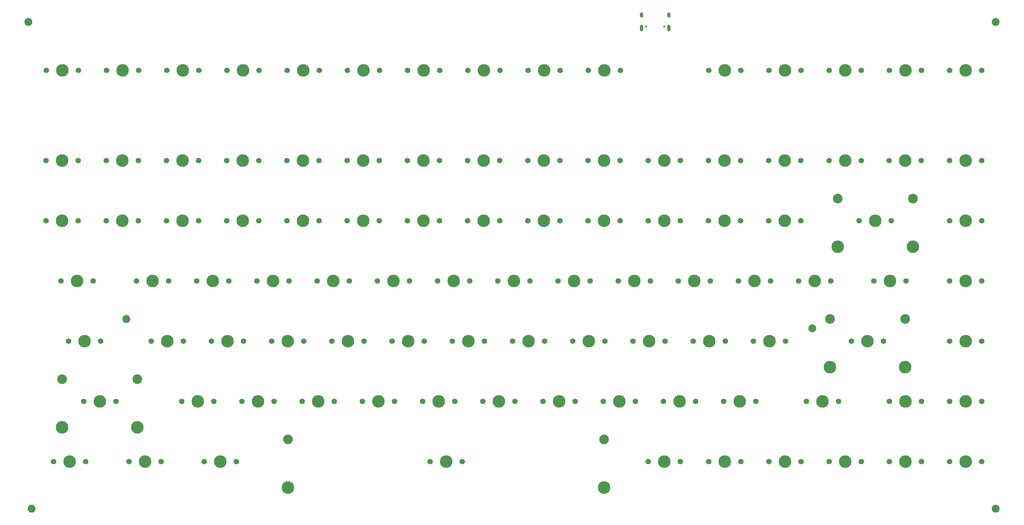
<source format=gts>
G04 #@! TF.GenerationSoftware,KiCad,Pcbnew,(5.1.9-0-10_14)*
G04 #@! TF.CreationDate,2021-04-15T17:38:18+09:00*
G04 #@! TF.ProjectId,JupiterAdvanced,4a757069-7465-4724-9164-76616e636564,1*
G04 #@! TF.SameCoordinates,Original*
G04 #@! TF.FileFunction,Soldermask,Top*
G04 #@! TF.FilePolarity,Negative*
%FSLAX46Y46*%
G04 Gerber Fmt 4.6, Leading zero omitted, Abs format (unit mm)*
G04 Created by KiCad (PCBNEW (5.1.9-0-10_14)) date 2021-04-15 17:38:18*
%MOMM*%
%LPD*%
G01*
G04 APERTURE LIST*
%ADD10C,2.500000*%
%ADD11C,3.987800*%
%ADD12C,1.750000*%
%ADD13C,0.650000*%
%ADD14O,1.000000X2.100000*%
%ADD15O,1.000000X1.600000*%
%ADD16C,3.048000*%
G04 APERTURE END LIST*
D10*
X312325000Y-182475000D03*
X95325000Y-179475000D03*
X65325000Y-239475000D03*
X370325000Y-239475000D03*
X370325000Y-85475000D03*
X64325000Y-85475000D03*
D11*
X336889320Y-167449620D03*
D12*
X331809320Y-167449620D03*
X341969320Y-167449620D03*
D11*
X360816120Y-100798820D03*
D12*
X355736120Y-100798820D03*
X365896120Y-100798820D03*
D13*
X265490240Y-86945980D03*
X259710240Y-86945980D03*
D14*
X258280240Y-87475980D03*
X266920240Y-87475980D03*
D15*
X258280240Y-83295980D03*
X266920240Y-83295980D03*
D11*
X75002620Y-148386920D03*
D12*
X69922620Y-148386920D03*
X80082620Y-148386920D03*
D11*
X79765120Y-167449620D03*
D12*
X74685120Y-167449620D03*
X84845120Y-167449620D03*
D11*
X196465647Y-224609227D03*
D12*
X191385647Y-224609227D03*
X201545647Y-224609227D03*
D16*
X146465747Y-217624227D03*
X246465547Y-217624227D03*
D11*
X146465747Y-232864227D03*
X246465547Y-232864227D03*
X315566020Y-205549620D03*
D12*
X310486020Y-205549620D03*
X320646020Y-205549620D03*
D11*
X303691520Y-224599620D03*
D12*
X298611520Y-224599620D03*
X308771520Y-224599620D03*
D11*
X313089520Y-167449620D03*
D12*
X308009520Y-167449620D03*
X318169520Y-167449620D03*
D11*
X265520380Y-224599620D03*
D12*
X260440380Y-224599620D03*
X270600380Y-224599620D03*
D11*
X298814720Y-186499620D03*
D12*
X293734720Y-186499620D03*
X303894720Y-186499620D03*
D11*
X289340520Y-205549620D03*
D12*
X284260520Y-205549620D03*
X294420520Y-205549620D03*
D11*
X322741520Y-129349620D03*
D12*
X317661520Y-129349620D03*
X327821520Y-129349620D03*
D11*
X303640720Y-148399620D03*
D12*
X298560720Y-148399620D03*
X308720720Y-148399620D03*
D11*
X360841520Y-167449620D03*
D12*
X355761520Y-167449620D03*
X365921520Y-167449620D03*
D11*
X360841520Y-186499620D03*
D12*
X355761520Y-186499620D03*
X365921520Y-186499620D03*
D11*
X341740720Y-129349620D03*
D12*
X336660720Y-129349620D03*
X346820720Y-129349620D03*
D11*
X117890520Y-205549620D03*
D12*
X112810520Y-205549620D03*
X122970520Y-205549620D03*
D11*
X198840320Y-167449620D03*
D12*
X193760320Y-167449620D03*
X203920320Y-167449620D03*
D11*
X136940520Y-205549620D03*
D12*
X131860520Y-205549620D03*
X142020520Y-205549620D03*
D11*
X122640320Y-167449620D03*
D12*
X117560320Y-167449620D03*
X127720320Y-167449620D03*
D11*
X175040520Y-205549620D03*
D12*
X169960520Y-205549620D03*
X180120520Y-205549620D03*
D11*
X217890320Y-167449620D03*
D12*
X212810320Y-167449620D03*
X222970320Y-167449620D03*
D11*
X179790320Y-167449620D03*
D12*
X174710320Y-167449620D03*
X184870320Y-167449620D03*
D11*
X341766120Y-100798820D03*
D12*
X336686120Y-100798820D03*
X346846120Y-100798820D03*
D11*
X322716120Y-100798820D03*
D12*
X317636120Y-100798820D03*
X327796120Y-100798820D03*
D11*
X303666120Y-100798820D03*
D12*
X298586120Y-100798820D03*
X308746120Y-100798820D03*
D11*
X284675320Y-100798820D03*
D12*
X279595320Y-100798820D03*
X289755320Y-100798820D03*
D11*
X246516120Y-100798820D03*
D12*
X241436120Y-100798820D03*
X251596120Y-100798820D03*
D11*
X227466120Y-100798820D03*
D12*
X222386120Y-100798820D03*
X232546120Y-100798820D03*
D11*
X208416120Y-100798820D03*
D12*
X203336120Y-100798820D03*
X213496120Y-100798820D03*
D11*
X189366120Y-100798820D03*
D12*
X184286120Y-100798820D03*
X194446120Y-100798820D03*
D11*
X170316120Y-100798820D03*
D12*
X165236120Y-100798820D03*
X175396120Y-100798820D03*
D11*
X151266120Y-100798820D03*
D12*
X146186120Y-100798820D03*
X156346120Y-100798820D03*
D11*
X132216120Y-100798820D03*
D12*
X127136120Y-100798820D03*
X137296120Y-100798820D03*
D11*
X113166120Y-100798820D03*
D12*
X108086120Y-100798820D03*
X118246120Y-100798820D03*
D11*
X94116120Y-100798820D03*
D12*
X89036120Y-100798820D03*
X99196120Y-100798820D03*
D11*
X75066120Y-100798820D03*
D12*
X69986120Y-100798820D03*
X80146120Y-100798820D03*
D11*
X127313920Y-186499620D03*
D12*
X122233920Y-186499620D03*
X132393920Y-186499620D03*
D11*
X160740320Y-167449620D03*
D12*
X155660320Y-167449620D03*
X165820320Y-167449620D03*
D11*
X103590320Y-167449620D03*
D12*
X98510320Y-167449620D03*
X108670320Y-167449620D03*
D11*
X274989520Y-167449620D03*
D12*
X269909520Y-167449620D03*
X280069520Y-167449620D03*
D11*
X255990320Y-167449620D03*
D12*
X250910320Y-167449620D03*
X261070320Y-167449620D03*
D11*
X213140520Y-205549620D03*
D12*
X208060520Y-205549620D03*
X218220520Y-205549620D03*
D11*
X232190520Y-205549620D03*
D12*
X227110520Y-205549620D03*
X237270520Y-205549620D03*
D11*
X260714720Y-186499620D03*
D12*
X255634720Y-186499620D03*
X265794720Y-186499620D03*
D11*
X241664720Y-186499620D03*
D12*
X236584720Y-186499620D03*
X246744720Y-186499620D03*
D11*
X222614720Y-186499620D03*
D12*
X217534720Y-186499620D03*
X227694720Y-186499620D03*
D11*
X236940320Y-167449620D03*
D12*
X231860320Y-167449620D03*
X242020320Y-167449620D03*
D11*
X203564720Y-186499620D03*
D12*
X198484720Y-186499620D03*
X208644720Y-186499620D03*
D11*
X184514720Y-186499620D03*
D12*
X179434720Y-186499620D03*
X189594720Y-186499620D03*
D11*
X284590720Y-129349620D03*
D12*
X279510720Y-129349620D03*
X289670720Y-129349620D03*
D11*
X165464720Y-186499620D03*
D12*
X160384720Y-186499620D03*
X170544720Y-186499620D03*
D11*
X141690320Y-167449620D03*
D12*
X136610320Y-167449620D03*
X146770320Y-167449620D03*
D11*
X146414720Y-186499620D03*
D12*
X141334720Y-186499620D03*
X151494720Y-186499620D03*
D11*
X155990520Y-205549620D03*
D12*
X150910520Y-205549620D03*
X161070520Y-205549620D03*
D11*
X194090520Y-205549620D03*
D12*
X189010520Y-205549620D03*
X199170520Y-205549620D03*
D11*
X108314720Y-186499620D03*
D12*
X103234720Y-186499620D03*
X113394720Y-186499620D03*
D11*
X246490720Y-148399620D03*
D12*
X241410720Y-148399620D03*
X251570720Y-148399620D03*
D11*
X227440720Y-148399620D03*
D12*
X222360720Y-148399620D03*
X232520720Y-148399620D03*
D11*
X208390720Y-148399620D03*
D12*
X203310720Y-148399620D03*
X213470720Y-148399620D03*
D11*
X189340720Y-148399620D03*
D12*
X184260720Y-148399620D03*
X194420720Y-148399620D03*
D11*
X170290720Y-148399620D03*
D12*
X165210720Y-148399620D03*
X175370720Y-148399620D03*
D11*
X151240720Y-148399620D03*
D12*
X146160720Y-148399620D03*
X156320720Y-148399620D03*
D11*
X132190720Y-148399620D03*
D12*
X127110720Y-148399620D03*
X137270720Y-148399620D03*
D11*
X113140720Y-148399620D03*
D12*
X108060720Y-148399620D03*
X118220720Y-148399620D03*
D11*
X94039920Y-148399620D03*
D12*
X88959920Y-148399620D03*
X99119920Y-148399620D03*
D11*
X265540720Y-148399620D03*
D12*
X260460720Y-148399620D03*
X270620720Y-148399620D03*
D11*
X251240520Y-205549620D03*
D12*
X246160520Y-205549620D03*
X256320520Y-205549620D03*
D11*
X86902520Y-205549620D03*
D12*
X81822520Y-205549620D03*
X91982520Y-205549620D03*
D16*
X74996270Y-198564620D03*
X98808770Y-198564620D03*
D11*
X74996270Y-213804620D03*
X98808770Y-213804620D03*
X101209524Y-224599620D03*
D12*
X96129524Y-224599620D03*
X106289524Y-224599620D03*
D11*
X77377520Y-224599620D03*
D12*
X72297520Y-224599620D03*
X82457520Y-224599620D03*
D11*
X294039520Y-167449620D03*
D12*
X288959520Y-167449620D03*
X299119520Y-167449620D03*
D11*
X125017128Y-224609227D03*
D12*
X119937128Y-224609227D03*
X130097128Y-224609227D03*
D11*
X284590720Y-148399620D03*
D12*
X279510720Y-148399620D03*
X289670720Y-148399620D03*
D11*
X360841520Y-148399620D03*
D12*
X355761520Y-148399620D03*
X365921520Y-148399620D03*
X275370520Y-205549620D03*
X265210520Y-205549620D03*
D11*
X270290520Y-205549620D03*
X284641520Y-224599620D03*
D12*
X279561520Y-224599620D03*
X289721520Y-224599620D03*
D11*
X303640720Y-129349620D03*
D12*
X298560720Y-129349620D03*
X308720720Y-129349620D03*
D11*
X265540720Y-129349620D03*
D12*
X260460720Y-129349620D03*
X270620720Y-129349620D03*
D11*
X246490720Y-129349620D03*
D12*
X241410720Y-129349620D03*
X251570720Y-129349620D03*
D11*
X227440720Y-129349620D03*
D12*
X222360720Y-129349620D03*
X232520720Y-129349620D03*
D11*
X208390720Y-129349620D03*
D12*
X203310720Y-129349620D03*
X213470720Y-129349620D03*
D11*
X189340720Y-129349620D03*
D12*
X184260720Y-129349620D03*
X194420720Y-129349620D03*
D11*
X170290720Y-129349620D03*
D12*
X165210720Y-129349620D03*
X175370720Y-129349620D03*
D11*
X151240720Y-129349620D03*
D12*
X146160720Y-129349620D03*
X156320720Y-129349620D03*
D11*
X132190720Y-129349620D03*
D12*
X127110720Y-129349620D03*
X137270720Y-129349620D03*
D11*
X113089920Y-129349620D03*
D12*
X108009920Y-129349620D03*
X118169920Y-129349620D03*
D11*
X94039920Y-129349620D03*
D12*
X88959920Y-129349620D03*
X99119920Y-129349620D03*
D11*
X74989920Y-129349620D03*
D12*
X69909920Y-129349620D03*
X80069920Y-129349620D03*
D11*
X329802720Y-186499620D03*
D12*
X324722720Y-186499620D03*
X334882720Y-186499620D03*
D16*
X317896470Y-179514620D03*
X341708970Y-179514620D03*
D11*
X317896470Y-194754620D03*
X341708970Y-194754620D03*
X360841520Y-205549620D03*
D12*
X355761520Y-205549620D03*
X365921520Y-205549620D03*
D11*
X360841520Y-129349620D03*
D12*
X355761520Y-129349620D03*
X365921520Y-129349620D03*
D11*
X82140020Y-186499620D03*
D12*
X77060020Y-186499620D03*
X87220020Y-186499620D03*
D11*
X279764720Y-186499620D03*
D12*
X274684720Y-186499620D03*
X284844720Y-186499620D03*
D11*
X332241120Y-148399620D03*
D12*
X327161120Y-148399620D03*
X337321120Y-148399620D03*
D16*
X320334870Y-141414620D03*
X344147370Y-141414620D03*
D11*
X320334870Y-156654620D03*
X344147370Y-156654620D03*
X341791520Y-205549620D03*
D12*
X336711520Y-205549620D03*
X346871520Y-205549620D03*
D11*
X360841520Y-224599620D03*
D12*
X355761520Y-224599620D03*
X365921520Y-224599620D03*
D11*
X322741520Y-224599620D03*
D12*
X317661520Y-224599620D03*
X327821520Y-224599620D03*
D11*
X341791520Y-224599620D03*
D12*
X336711520Y-224599620D03*
X346871520Y-224599620D03*
M02*

</source>
